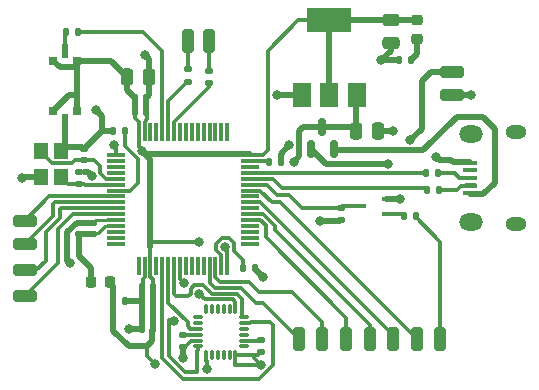
<source format=gbr>
%TF.GenerationSoftware,KiCad,Pcbnew,6.0.6-3a73a75311~116~ubuntu20.04.1*%
%TF.CreationDate,2022-07-21T13:32:11-07:00*%
%TF.ProjectId,Drone Flight Controller,44726f6e-6520-4466-9c69-67687420436f,rev?*%
%TF.SameCoordinates,Original*%
%TF.FileFunction,Copper,L1,Top*%
%TF.FilePolarity,Positive*%
%FSLAX46Y46*%
G04 Gerber Fmt 4.6, Leading zero omitted, Abs format (unit mm)*
G04 Created by KiCad (PCBNEW 6.0.6-3a73a75311~116~ubuntu20.04.1) date 2022-07-21 13:32:11*
%MOMM*%
%LPD*%
G01*
G04 APERTURE LIST*
G04 Aperture macros list*
%AMRoundRect*
0 Rectangle with rounded corners*
0 $1 Rounding radius*
0 $2 $3 $4 $5 $6 $7 $8 $9 X,Y pos of 4 corners*
0 Add a 4 corners polygon primitive as box body*
4,1,4,$2,$3,$4,$5,$6,$7,$8,$9,$2,$3,0*
0 Add four circle primitives for the rounded corners*
1,1,$1+$1,$2,$3*
1,1,$1+$1,$4,$5*
1,1,$1+$1,$6,$7*
1,1,$1+$1,$8,$9*
0 Add four rect primitives between the rounded corners*
20,1,$1+$1,$2,$3,$4,$5,0*
20,1,$1+$1,$4,$5,$6,$7,0*
20,1,$1+$1,$6,$7,$8,$9,0*
20,1,$1+$1,$8,$9,$2,$3,0*%
G04 Aperture macros list end*
%TA.AperFunction,SMDPad,CuDef*%
%ADD10RoundRect,0.250000X0.750000X-0.250000X0.750000X0.250000X-0.750000X0.250000X-0.750000X-0.250000X0*%
%TD*%
%TA.AperFunction,SMDPad,CuDef*%
%ADD11RoundRect,0.250000X0.250000X0.750000X-0.250000X0.750000X-0.250000X-0.750000X0.250000X-0.750000X0*%
%TD*%
%TA.AperFunction,SMDPad,CuDef*%
%ADD12RoundRect,0.140000X-0.140000X-0.170000X0.140000X-0.170000X0.140000X0.170000X-0.140000X0.170000X0*%
%TD*%
%TA.AperFunction,SMDPad,CuDef*%
%ADD13RoundRect,0.250000X-0.250000X-0.475000X0.250000X-0.475000X0.250000X0.475000X-0.250000X0.475000X0*%
%TD*%
%TA.AperFunction,SMDPad,CuDef*%
%ADD14RoundRect,0.250000X-0.250000X-0.750000X0.250000X-0.750000X0.250000X0.750000X-0.250000X0.750000X0*%
%TD*%
%TA.AperFunction,SMDPad,CuDef*%
%ADD15RoundRect,0.250000X-0.475000X0.250000X-0.475000X-0.250000X0.475000X-0.250000X0.475000X0.250000X0*%
%TD*%
%TA.AperFunction,SMDPad,CuDef*%
%ADD16RoundRect,0.135000X-0.135000X-0.185000X0.135000X-0.185000X0.135000X0.185000X-0.135000X0.185000X0*%
%TD*%
%TA.AperFunction,SMDPad,CuDef*%
%ADD17RoundRect,0.075000X-0.700000X-0.075000X0.700000X-0.075000X0.700000X0.075000X-0.700000X0.075000X0*%
%TD*%
%TA.AperFunction,SMDPad,CuDef*%
%ADD18RoundRect,0.075000X-0.075000X-0.700000X0.075000X-0.700000X0.075000X0.700000X-0.075000X0.700000X0*%
%TD*%
%TA.AperFunction,SMDPad,CuDef*%
%ADD19RoundRect,0.075000X-0.075000X0.350000X-0.075000X-0.350000X0.075000X-0.350000X0.075000X0.350000X0*%
%TD*%
%TA.AperFunction,SMDPad,CuDef*%
%ADD20RoundRect,0.075000X-0.350000X-0.075000X0.350000X-0.075000X0.350000X0.075000X-0.350000X0.075000X0*%
%TD*%
%TA.AperFunction,SMDPad,CuDef*%
%ADD21R,1.200000X1.400000*%
%TD*%
%TA.AperFunction,SMDPad,CuDef*%
%ADD22RoundRect,0.250000X-0.750000X0.250000X-0.750000X-0.250000X0.750000X-0.250000X0.750000X0.250000X0*%
%TD*%
%TA.AperFunction,SMDPad,CuDef*%
%ADD23RoundRect,0.218750X0.256250X-0.218750X0.256250X0.218750X-0.256250X0.218750X-0.256250X-0.218750X0*%
%TD*%
%TA.AperFunction,SMDPad,CuDef*%
%ADD24RoundRect,0.135000X0.135000X0.185000X-0.135000X0.185000X-0.135000X-0.185000X0.135000X-0.185000X0*%
%TD*%
%TA.AperFunction,SMDPad,CuDef*%
%ADD25RoundRect,0.218750X-0.218750X-0.256250X0.218750X-0.256250X0.218750X0.256250X-0.218750X0.256250X0*%
%TD*%
%TA.AperFunction,SMDPad,CuDef*%
%ADD26RoundRect,0.150000X0.150000X-0.587500X0.150000X0.587500X-0.150000X0.587500X-0.150000X-0.587500X0*%
%TD*%
%TA.AperFunction,SMDPad,CuDef*%
%ADD27RoundRect,0.140000X0.140000X0.170000X-0.140000X0.170000X-0.140000X-0.170000X0.140000X-0.170000X0*%
%TD*%
%TA.AperFunction,SMDPad,CuDef*%
%ADD28RoundRect,0.140000X0.170000X-0.140000X0.170000X0.140000X-0.170000X0.140000X-0.170000X-0.140000X0*%
%TD*%
%TA.AperFunction,SMDPad,CuDef*%
%ADD29RoundRect,0.140000X-0.170000X0.140000X-0.170000X-0.140000X0.170000X-0.140000X0.170000X0.140000X0*%
%TD*%
%TA.AperFunction,SMDPad,CuDef*%
%ADD30RoundRect,0.135000X0.185000X-0.135000X0.185000X0.135000X-0.185000X0.135000X-0.185000X-0.135000X0*%
%TD*%
%TA.AperFunction,SMDPad,CuDef*%
%ADD31R,0.500000X1.200000*%
%TD*%
%TA.AperFunction,SMDPad,CuDef*%
%ADD32R,0.700000X0.700000*%
%TD*%
%TA.AperFunction,SMDPad,CuDef*%
%ADD33R,0.700000X0.450000*%
%TD*%
%TA.AperFunction,SMDPad,CuDef*%
%ADD34R,1.500000X2.000000*%
%TD*%
%TA.AperFunction,SMDPad,CuDef*%
%ADD35R,3.800000X2.000000*%
%TD*%
%TA.AperFunction,SMDPad,CuDef*%
%ADD36RoundRect,0.135000X-0.185000X0.135000X-0.185000X-0.135000X0.185000X-0.135000X0.185000X0.135000X0*%
%TD*%
%TA.AperFunction,SMDPad,CuDef*%
%ADD37R,1.300000X0.450000*%
%TD*%
%TA.AperFunction,ComponentPad*%
%ADD38O,2.000000X1.450000*%
%TD*%
%TA.AperFunction,ComponentPad*%
%ADD39O,1.800000X1.150000*%
%TD*%
%TA.AperFunction,ViaPad*%
%ADD40C,0.800000*%
%TD*%
%TA.AperFunction,Conductor*%
%ADD41C,0.500000*%
%TD*%
%TA.AperFunction,Conductor*%
%ADD42C,0.300000*%
%TD*%
%TA.AperFunction,Conductor*%
%ADD43C,0.250000*%
%TD*%
G04 APERTURE END LIST*
D10*
%TO.P,,1,Pin_1*%
%TO.N,GND*%
X79600000Y-81200000D03*
%TD*%
%TO.P,,1,Pin_1*%
%TO.N,VDD*%
X79600000Y-79200000D03*
%TD*%
D11*
%TO.P,J5,1,Pin_1*%
%TO.N,Net-(J5-Pad1)*%
X78600000Y-101800000D03*
%TD*%
D12*
%TO.P,C14,1*%
%TO.N,Net-(C14-Pad1)*%
X64120000Y-86800000D03*
%TO.P,C14,2*%
%TO.N,GND*%
X65080000Y-86800000D03*
%TD*%
D13*
%TO.P,C1,1*%
%TO.N,+5V*%
X71450000Y-84200000D03*
%TO.P,C1,2*%
%TO.N,GND*%
X73350000Y-84200000D03*
%TD*%
D14*
%TO.P,J11,1,Pin_1*%
%TO.N,Net-(J11-Pad1)*%
X57200000Y-76600000D03*
%TD*%
D15*
%TO.P,C2,1*%
%TO.N,+3.3V*%
X74400000Y-74850000D03*
%TO.P,C2,2*%
%TO.N,GND*%
X74400000Y-76750000D03*
%TD*%
D16*
%TO.P,R4,1*%
%TO.N,/USB_OTG_FS_DM*%
X77490000Y-89200000D03*
%TO.P,R4,2*%
%TO.N,Net-(J1-Pad2)*%
X78510000Y-89200000D03*
%TD*%
D17*
%TO.P,U3,1,VBAT*%
%TO.N,+3.3V*%
X51125000Y-86250000D03*
%TO.P,U3,2,PC13*%
%TO.N,unconnected-(U3-Pad2)*%
X51125000Y-86750000D03*
%TO.P,U3,3,PC14*%
%TO.N,unconnected-(U3-Pad3)*%
X51125000Y-87250000D03*
%TO.P,U3,4,PC15*%
%TO.N,unconnected-(U3-Pad4)*%
X51125000Y-87750000D03*
%TO.P,U3,5,PH0*%
%TO.N,/RCC_OSC_IN*%
X51125000Y-88250000D03*
%TO.P,U3,6,PH1*%
%TO.N,/RCC_OSC_OUT*%
X51125000Y-88750000D03*
%TO.P,U3,7,NRST*%
%TO.N,/NRST*%
X51125000Y-89250000D03*
%TO.P,U3,8,PC0*%
%TO.N,/S1*%
X51125000Y-89750000D03*
%TO.P,U3,9,PC1*%
%TO.N,/S4*%
X51125000Y-90250000D03*
%TO.P,U3,10,PC2*%
%TO.N,/S3*%
X51125000Y-90750000D03*
%TO.P,U3,11,PC3*%
%TO.N,/S2*%
X51125000Y-91250000D03*
%TO.P,U3,12,VSSA*%
%TO.N,GND*%
X51125000Y-91750000D03*
%TO.P,U3,13,VDDA*%
%TO.N,+3.3VA*%
X51125000Y-92250000D03*
%TO.P,U3,14,PA0*%
%TO.N,unconnected-(U3-Pad14)*%
X51125000Y-92750000D03*
%TO.P,U3,15,PA1*%
%TO.N,unconnected-(U3-Pad15)*%
X51125000Y-93250000D03*
%TO.P,U3,16,PA2*%
%TO.N,unconnected-(U3-Pad16)*%
X51125000Y-93750000D03*
D18*
%TO.P,U3,17,PA3*%
%TO.N,unconnected-(U3-Pad17)*%
X53050000Y-95675000D03*
%TO.P,U3,18,VSS*%
%TO.N,GND*%
X53550000Y-95675000D03*
%TO.P,U3,19,VDD*%
%TO.N,+3.3V*%
X54050000Y-95675000D03*
%TO.P,U3,20,PA4*%
%TO.N,unconnected-(U3-Pad20)*%
X54550000Y-95675000D03*
%TO.P,U3,21,PA5*%
%TO.N,SPI1_SCLK*%
X55050000Y-95675000D03*
%TO.P,U3,22,PA6*%
%TO.N,SPI1_MISO*%
X55550000Y-95675000D03*
%TO.P,U3,23,PA7*%
%TO.N,SPI1_MOSI*%
X56050000Y-95675000D03*
%TO.P,U3,24,PC4*%
%TO.N,GYRO_INT*%
X56550000Y-95675000D03*
%TO.P,U3,25,PC5*%
%TO.N,unconnected-(U3-Pad25)*%
X57050000Y-95675000D03*
%TO.P,U3,26,PB0*%
%TO.N,unconnected-(U3-Pad26)*%
X57550000Y-95675000D03*
%TO.P,U3,27,PB1*%
%TO.N,unconnected-(U3-Pad27)*%
X58050000Y-95675000D03*
%TO.P,U3,28,PB2*%
%TO.N,unconnected-(U3-Pad28)*%
X58550000Y-95675000D03*
%TO.P,U3,29,PB10*%
%TO.N,/UART3_TX*%
X59050000Y-95675000D03*
%TO.P,U3,30,PB11*%
%TO.N,/UART3_RX*%
X59550000Y-95675000D03*
%TO.P,U3,31,VCAP_1*%
%TO.N,Net-(C13-Pad1)*%
X60050000Y-95675000D03*
%TO.P,U3,32,VDD*%
%TO.N,+3.3V*%
X60550000Y-95675000D03*
D17*
%TO.P,U3,33,PB12*%
%TO.N,unconnected-(U3-Pad33)*%
X62475000Y-93750000D03*
%TO.P,U3,34,PB13*%
%TO.N,unconnected-(U3-Pad34)*%
X62475000Y-93250000D03*
%TO.P,U3,35,PB14*%
%TO.N,unconnected-(U3-Pad35)*%
X62475000Y-92750000D03*
%TO.P,U3,36,PB15*%
%TO.N,unconnected-(U3-Pad36)*%
X62475000Y-92250000D03*
%TO.P,U3,37,PC6*%
%TO.N,/UART6_TX*%
X62475000Y-91750000D03*
%TO.P,U3,38,PC7*%
%TO.N,/UART6_RX*%
X62475000Y-91250000D03*
%TO.P,U3,39,PC8*%
%TO.N,unconnected-(U3-Pad39)*%
X62475000Y-90750000D03*
%TO.P,U3,40,PC9*%
%TO.N,/PPM_IN*%
X62475000Y-90250000D03*
%TO.P,U3,41,PA8*%
%TO.N,unconnected-(U3-Pad41)*%
X62475000Y-89750000D03*
%TO.P,U3,42,PA9*%
%TO.N,/UART1_TX*%
X62475000Y-89250000D03*
%TO.P,U3,43,PA10*%
%TO.N,UART1_RX_OUT*%
X62475000Y-88750000D03*
%TO.P,U3,44,PA11*%
%TO.N,/USB_OTG_FS_DM*%
X62475000Y-88250000D03*
%TO.P,U3,45,PA12*%
%TO.N,/USB_OTG_FS_DP*%
X62475000Y-87750000D03*
%TO.P,U3,46,PA13*%
%TO.N,unconnected-(U3-Pad46)*%
X62475000Y-87250000D03*
%TO.P,U3,47,VCAP_2*%
%TO.N,Net-(C14-Pad1)*%
X62475000Y-86750000D03*
%TO.P,U3,48,VDD*%
%TO.N,+3.3V*%
X62475000Y-86250000D03*
D18*
%TO.P,U3,49,PA14*%
%TO.N,unconnected-(U3-Pad49)*%
X60550000Y-84325000D03*
%TO.P,U3,50,PA15*%
%TO.N,unconnected-(U3-Pad50)*%
X60050000Y-84325000D03*
%TO.P,U3,51,PC10*%
%TO.N,unconnected-(U3-Pad51)*%
X59550000Y-84325000D03*
%TO.P,U3,52,PC11*%
%TO.N,unconnected-(U3-Pad52)*%
X59050000Y-84325000D03*
%TO.P,U3,53,PC12*%
%TO.N,unconnected-(U3-Pad53)*%
X58550000Y-84325000D03*
%TO.P,U3,54,PD2*%
%TO.N,unconnected-(U3-Pad54)*%
X58050000Y-84325000D03*
%TO.P,U3,55,PB3*%
%TO.N,unconnected-(U3-Pad55)*%
X57550000Y-84325000D03*
%TO.P,U3,56,PB4*%
%TO.N,unconnected-(U3-Pad56)*%
X57050000Y-84325000D03*
%TO.P,U3,57,PB5*%
%TO.N,unconnected-(U3-Pad57)*%
X56550000Y-84325000D03*
%TO.P,U3,58,PB6*%
%TO.N,/SCL_PAD*%
X56050000Y-84325000D03*
%TO.P,U3,59,PB7*%
%TO.N,/SDA_PAD*%
X55550000Y-84325000D03*
%TO.P,U3,60,BOOT0*%
%TO.N,/BOOT0*%
X55050000Y-84325000D03*
%TO.P,U3,61,PB8*%
%TO.N,unconnected-(U3-Pad61)*%
X54550000Y-84325000D03*
%TO.P,U3,62,PB9*%
%TO.N,unconnected-(U3-Pad62)*%
X54050000Y-84325000D03*
%TO.P,U3,63,VSS*%
%TO.N,GND*%
X53550000Y-84325000D03*
%TO.P,U3,64,VDD*%
%TO.N,+3.3V*%
X53050000Y-84325000D03*
%TD*%
D13*
%TO.P,C3,1*%
%TO.N,+3.3V*%
X52050000Y-79600000D03*
%TO.P,C3,2*%
%TO.N,GND*%
X53950000Y-79600000D03*
%TD*%
D19*
%TO.P,U2,1,CLKIN*%
%TO.N,GND*%
X61250000Y-99250000D03*
%TO.P,U2,2*%
%TO.N,N/C*%
X60750000Y-99250000D03*
%TO.P,U2,3*%
X60250000Y-99250000D03*
%TO.P,U2,4*%
X59750000Y-99250000D03*
%TO.P,U2,5*%
X59250000Y-99250000D03*
%TO.P,U2,6,AUX_SDA*%
%TO.N,unconnected-(U2-Pad6)*%
X58750000Y-99250000D03*
D20*
%TO.P,U2,7,AUX_SCL*%
%TO.N,unconnected-(U2-Pad7)*%
X58050000Y-99950000D03*
%TO.P,U2,8,~{CS}*%
%TO.N,unconnected-(U2-Pad8)*%
X58050000Y-100450000D03*
%TO.P,U2,9,AD0/MISO*%
%TO.N,SPI1_MISO*%
X58050000Y-100950000D03*
%TO.P,U2,10,REGOUT*%
%TO.N,Net-(C19-Pad1)*%
X58050000Y-101450000D03*
%TO.P,U2,11,FSYNC*%
%TO.N,GND*%
X58050000Y-101950000D03*
%TO.P,U2,12,INT*%
%TO.N,GYRO_INT*%
X58050000Y-102450000D03*
D19*
%TO.P,U2,13,VDD*%
%TO.N,+3.3V*%
X58750000Y-103150000D03*
%TO.P,U2,14*%
%TO.N,N/C*%
X59250000Y-103150000D03*
%TO.P,U2,15*%
X59750000Y-103150000D03*
%TO.P,U2,16*%
X60250000Y-103150000D03*
%TO.P,U2,17*%
X60750000Y-103150000D03*
%TO.P,U2,18,GND*%
%TO.N,GND*%
X61250000Y-103150000D03*
D20*
%TO.P,U2,19*%
%TO.N,N/C*%
X61950000Y-102450000D03*
%TO.P,U2,20,CPOUT*%
%TO.N,Net-(C18-Pad1)*%
X61950000Y-101950000D03*
%TO.P,U2,21*%
%TO.N,N/C*%
X61950000Y-101450000D03*
%TO.P,U2,22*%
X61950000Y-100950000D03*
%TO.P,U2,23,SCL/SCLK*%
%TO.N,SPI1_SCLK*%
X61950000Y-100450000D03*
%TO.P,U2,24,SDA/MOSI*%
%TO.N,SPI1_MOSI*%
X61950000Y-99950000D03*
%TD*%
D21*
%TO.P,Y1,1,1*%
%TO.N,/RCC_OSC_IN*%
X44750000Y-85900000D03*
%TO.P,Y1,2,2*%
%TO.N,GND*%
X44750000Y-88100000D03*
%TO.P,Y1,3,3*%
%TO.N,/RCC_OSC_OUT*%
X46450000Y-88100000D03*
%TO.P,Y1,4,4*%
%TO.N,GND*%
X46450000Y-85900000D03*
%TD*%
D22*
%TO.P,J7,1,Pin_1*%
%TO.N,/S2*%
X43400000Y-98200000D03*
%TD*%
D23*
%TO.P,D2,1,K*%
%TO.N,Net-(D2-Pad1)*%
X76600000Y-76387500D03*
%TO.P,D2,2,A*%
%TO.N,+3.3V*%
X76600000Y-74812500D03*
%TD*%
D24*
%TO.P,R1,1*%
%TO.N,Net-(D2-Pad1)*%
X76110000Y-78200000D03*
%TO.P,R1,2*%
%TO.N,GND*%
X75090000Y-78200000D03*
%TD*%
D14*
%TO.P,J13,1,Pin_1*%
%TO.N,/UART3_TX*%
X66600000Y-101800000D03*
%TD*%
D25*
%TO.P,FB1,1*%
%TO.N,+3.3VA*%
X49012500Y-97000000D03*
%TO.P,FB1,2*%
%TO.N,+3.3V*%
X50587500Y-97000000D03*
%TD*%
D14*
%TO.P,J8,1,Pin_1*%
%TO.N,/UART6_TX*%
X70600000Y-101800000D03*
%TD*%
%TO.P,J12,1,Pin_1*%
%TO.N,/PPM_IN*%
X74600000Y-101800000D03*
%TD*%
D26*
%TO.P,D1,1*%
%TO.N,VDD*%
X67650000Y-85737500D03*
%TO.P,D1,2*%
%TO.N,VBUS*%
X69550000Y-85737500D03*
%TO.P,D1,3*%
%TO.N,+5V*%
X68600000Y-83862500D03*
%TD*%
D16*
%TO.P,R3,1*%
%TO.N,/USB_OTG_FS_DP*%
X77400000Y-87800000D03*
%TO.P,R3,2*%
%TO.N,Net-(J1-Pad3)*%
X78420000Y-87800000D03*
%TD*%
%TO.P,R2,1*%
%TO.N,/SW_BOOT0*%
X46890000Y-75800000D03*
%TO.P,R2,2*%
%TO.N,/BOOT0*%
X47910000Y-75800000D03*
%TD*%
D27*
%TO.P,C6,1*%
%TO.N,+3.3V*%
X54280000Y-97400000D03*
%TO.P,C6,2*%
%TO.N,GND*%
X53320000Y-97400000D03*
%TD*%
D28*
%TO.P,C15,1*%
%TO.N,/RCC_OSC_IN*%
X48400000Y-86680000D03*
%TO.P,C15,2*%
%TO.N,GND*%
X48400000Y-85720000D03*
%TD*%
D14*
%TO.P,J14,1,Pin_1*%
%TO.N,/UART3_RX*%
X68600000Y-101800000D03*
%TD*%
D27*
%TO.P,C17,1*%
%TO.N,+3.3V*%
X54280000Y-101000000D03*
%TO.P,C17,2*%
%TO.N,GND*%
X53320000Y-101000000D03*
%TD*%
D22*
%TO.P,J6,1,Pin_1*%
%TO.N,/S3*%
X43400000Y-96000000D03*
%TD*%
D12*
%TO.P,C13,1*%
%TO.N,Net-(C13-Pad1)*%
X61920000Y-95800000D03*
%TO.P,C13,2*%
%TO.N,GND*%
X62880000Y-95800000D03*
%TD*%
D22*
%TO.P,J2,1,Pin_1*%
%TO.N,/S1*%
X43400000Y-91800000D03*
%TD*%
D14*
%TO.P,J10,1,Pin_1*%
%TO.N,/UART6_RX*%
X72600000Y-101800000D03*
%TD*%
D22*
%TO.P,J3,1,Pin_1*%
%TO.N,/S4*%
X43400000Y-93800000D03*
%TD*%
D27*
%TO.P,C7,1*%
%TO.N,+3.3V*%
X54280000Y-98600000D03*
%TO.P,C7,2*%
%TO.N,GND*%
X53320000Y-98600000D03*
%TD*%
%TO.P,C4,1*%
%TO.N,+3.3V*%
X54280000Y-99800000D03*
%TO.P,C4,2*%
%TO.N,GND*%
X53320000Y-99800000D03*
%TD*%
D14*
%TO.P,J9,1,Pin_1*%
%TO.N,Net-(J9-Pad1)*%
X59000000Y-76600000D03*
%TD*%
D29*
%TO.P,C18,1*%
%TO.N,Net-(C18-Pad1)*%
X63400000Y-101920000D03*
%TO.P,C18,2*%
%TO.N,GND*%
X63400000Y-102880000D03*
%TD*%
D30*
%TO.P,R5,1*%
%TO.N,/SCL_PAD*%
X59000000Y-80110000D03*
%TO.P,R5,2*%
%TO.N,Net-(J9-Pad1)*%
X59000000Y-79090000D03*
%TD*%
%TO.P,R6,1*%
%TO.N,/SDA_PAD*%
X57200000Y-80020000D03*
%TO.P,R6,2*%
%TO.N,Net-(J11-Pad1)*%
X57200000Y-79000000D03*
%TD*%
D28*
%TO.P,C10,1*%
%TO.N,+3.3VA*%
X48000000Y-92960000D03*
%TO.P,C10,2*%
%TO.N,GND*%
X48000000Y-92000000D03*
%TD*%
D31*
%TO.P,SW1,1,A*%
%TO.N,GND*%
X46800000Y-83350000D03*
%TO.P,SW1,2,B*%
%TO.N,/SW_BOOT0*%
X46800000Y-77450000D03*
D32*
%TO.P,SW1,3,C*%
%TO.N,+3.3V*%
X47800000Y-78250000D03*
X45800000Y-82550000D03*
X45800000Y-78250000D03*
X47800000Y-82550000D03*
%TD*%
D24*
%TO.P,R8,1*%
%TO.N,Net-(J5-Pad1)*%
X76510000Y-91400000D03*
%TO.P,R8,2*%
%TO.N,Net-(Q1-Pad1)*%
X75490000Y-91400000D03*
%TD*%
D33*
%TO.P,Q1,1,B*%
%TO.N,Net-(Q1-Pad1)*%
X74000000Y-91250000D03*
%TO.P,Q1,2,E*%
%TO.N,GND*%
X74000000Y-89950000D03*
%TO.P,Q1,3,C*%
%TO.N,UART1_RX_OUT*%
X72000000Y-90600000D03*
%TD*%
D27*
%TO.P,C12,1*%
%TO.N,/NRST*%
X51880000Y-84200000D03*
%TO.P,C12,2*%
%TO.N,GND*%
X50920000Y-84200000D03*
%TD*%
D34*
%TO.P,U1,1,GND*%
%TO.N,GND*%
X66900000Y-81150000D03*
%TO.P,U1,2,VO*%
%TO.N,+3.3V*%
X69200000Y-81150000D03*
D35*
X69200000Y-74850000D03*
D34*
%TO.P,U1,3,VI*%
%TO.N,+5V*%
X71500000Y-81150000D03*
%TD*%
D12*
%TO.P,C5,1*%
%TO.N,+3.3V*%
X52720000Y-81400000D03*
%TO.P,C5,2*%
%TO.N,GND*%
X53680000Y-81400000D03*
%TD*%
D28*
%TO.P,C9,1*%
%TO.N,+3.3VA*%
X49200000Y-92960000D03*
%TO.P,C9,2*%
%TO.N,GND*%
X49200000Y-92000000D03*
%TD*%
D29*
%TO.P,C19,1*%
%TO.N,Net-(C19-Pad1)*%
X56800000Y-101520000D03*
%TO.P,C19,2*%
%TO.N,GND*%
X56800000Y-102480000D03*
%TD*%
D28*
%TO.P,C16,1*%
%TO.N,/RCC_OSC_OUT*%
X48000000Y-88680000D03*
%TO.P,C16,2*%
%TO.N,GND*%
X48000000Y-87720000D03*
%TD*%
D12*
%TO.P,C8,1*%
%TO.N,+3.3V*%
X52720000Y-82600000D03*
%TO.P,C8,2*%
%TO.N,GND*%
X53680000Y-82600000D03*
%TD*%
D36*
%TO.P,R7,1*%
%TO.N,UART1_RX_OUT*%
X70200000Y-90690000D03*
%TO.P,R7,2*%
%TO.N,+5V*%
X70200000Y-91710000D03*
%TD*%
D37*
%TO.P,J1,1,VBUS*%
%TO.N,VBUS*%
X81145000Y-89500000D03*
%TO.P,J1,2,D-*%
%TO.N,Net-(J1-Pad2)*%
X81145000Y-88850000D03*
%TO.P,J1,3,D+*%
%TO.N,Net-(J1-Pad3)*%
X81145000Y-88200000D03*
%TO.P,J1,4,ID*%
%TO.N,unconnected-(J1-Pad4)*%
X81145000Y-87550000D03*
%TO.P,J1,5,GND*%
%TO.N,GND*%
X81145000Y-86900000D03*
D38*
%TO.P,J1,6,Shield*%
%TO.N,unconnected-(J1-Pad6)*%
X81195000Y-84475000D03*
X81195000Y-91925000D03*
D39*
X84995000Y-92075000D03*
X84995000Y-84325000D03*
%TD*%
D12*
%TO.P,C11,1*%
%TO.N,+3.3V*%
X50920000Y-98600000D03*
%TO.P,C11,2*%
%TO.N,GND*%
X51880000Y-98600000D03*
%TD*%
D11*
%TO.P,J4,1,Pin_1*%
%TO.N,/UART1_TX*%
X76600000Y-101800000D03*
%TD*%
D40*
%TO.N,GYRO_INT*%
X56858380Y-97089851D03*
X56070023Y-100329977D03*
%TO.N,+3.3V*%
X54458380Y-103910149D03*
X58800000Y-104400000D03*
X60400000Y-94000000D03*
%TO.N,GND*%
X58200000Y-98000000D03*
%TO.N,+3.3V*%
X58200000Y-93600000D03*
%TO.N,GND*%
X47200000Y-95400000D03*
X56800000Y-103400000D03*
X43200000Y-88200000D03*
%TO.N,+3.3V*%
X53329977Y-85870023D03*
X51000000Y-85400000D03*
%TO.N,GND*%
X53600000Y-77800000D03*
X81200000Y-81200000D03*
%TO.N,VDD*%
X76000000Y-85000000D03*
X74200000Y-87000000D03*
%TO.N,GND*%
X52200000Y-101000000D03*
%TO.N,+5V*%
X68400000Y-91800000D03*
X66200000Y-86800000D03*
%TO.N,GND*%
X65800000Y-85400000D03*
X49400000Y-82400000D03*
X49077715Y-88000500D03*
X63600000Y-96600000D03*
X63400000Y-104000000D03*
X75200000Y-90000000D03*
X78200000Y-86400000D03*
X64800000Y-81200000D03*
X74600000Y-84200000D03*
X73600000Y-78200000D03*
%TD*%
D41*
%TO.N,GND*%
X64850000Y-81150000D02*
X66900000Y-81150000D01*
X64800000Y-81200000D02*
X64850000Y-81150000D01*
D42*
%TO.N,/S4*%
X45950000Y-90250000D02*
X51125000Y-90250000D01*
D41*
%TO.N,+5V*%
X66200000Y-86800000D02*
X66650000Y-86350000D01*
X66650000Y-86350000D02*
X66650000Y-84250000D01*
X66650000Y-84250000D02*
X66600000Y-84200000D01*
X66600000Y-84200000D02*
X66937500Y-83862500D01*
X66937500Y-83862500D02*
X68600000Y-83862500D01*
%TO.N,GND*%
X56800000Y-102480000D02*
X56800000Y-103400000D01*
D42*
%TO.N,Net-(C19-Pad1)*%
X56800000Y-101520000D02*
X56870000Y-101450000D01*
X56870000Y-101450000D02*
X58050000Y-101450000D01*
%TO.N,GND*%
X56993959Y-102480000D02*
X57523959Y-101950000D01*
X57523959Y-101950000D02*
X58050000Y-101950000D01*
%TO.N,GYRO_INT*%
X56858380Y-97089851D02*
X56550000Y-96781471D01*
X56550000Y-96781471D02*
X56550000Y-95675000D01*
%TO.N,SPI1_MOSI*%
X61950000Y-99950000D02*
X61800000Y-99800000D01*
X61800000Y-99800000D02*
X61800000Y-98400000D01*
X61800000Y-98400000D02*
X61375000Y-97975000D01*
X61375000Y-97975000D02*
X59235661Y-97975000D01*
X57450000Y-97550000D02*
X57450000Y-98000000D01*
X56050000Y-98050000D02*
X56050000Y-95675000D01*
X59235661Y-97975000D02*
X58510661Y-97250000D01*
X58510661Y-97250000D02*
X57750000Y-97250000D01*
X57750000Y-97250000D02*
X57450000Y-97550000D01*
X57450000Y-98000000D02*
X57250000Y-98200000D01*
X57250000Y-98200000D02*
X56200000Y-98200000D01*
X56200000Y-98200000D02*
X56050000Y-98050000D01*
%TO.N,GYRO_INT*%
X55600000Y-100200000D02*
X55940046Y-100200000D01*
X55940046Y-100200000D02*
X56070023Y-100329977D01*
%TO.N,SPI1_MISO*%
X57200000Y-100400000D02*
X55550000Y-98750000D01*
X55550000Y-98750000D02*
X55550000Y-95675000D01*
%TO.N,GYRO_INT*%
X55600000Y-103260661D02*
X55600000Y-100200000D01*
X56939339Y-104600000D02*
X55600000Y-103260661D01*
X58000000Y-104600000D02*
X56939339Y-104600000D01*
X58000000Y-102800000D02*
X58000000Y-104600000D01*
X58050000Y-102750000D02*
X58000000Y-102800000D01*
X58050000Y-102450000D02*
X58050000Y-102750000D01*
%TO.N,SPI1_SCLK*%
X55050000Y-95675000D02*
X55050000Y-103450000D01*
X64400000Y-100600000D02*
X64200000Y-100400000D01*
X55050000Y-103450000D02*
X56800000Y-105200000D01*
X56800000Y-105200000D02*
X63260661Y-105200000D01*
X63260661Y-105200000D02*
X64400000Y-104060661D01*
X64400000Y-104060661D02*
X64400000Y-100600000D01*
X64200000Y-100400000D02*
X62526041Y-100400000D01*
X62476041Y-100450000D02*
X61950000Y-100450000D01*
X62526041Y-100400000D02*
X62476041Y-100450000D01*
%TO.N,+3.3V*%
X58750000Y-103650000D02*
X58800000Y-103700000D01*
X58800000Y-103700000D02*
X58800000Y-104400000D01*
%TO.N,SPI1_MISO*%
X57200000Y-100717035D02*
X57200000Y-100400000D01*
X57432965Y-100950000D02*
X57200000Y-100717035D01*
%TO.N,+3.3V*%
X54458380Y-103910149D02*
X53800000Y-103251769D01*
X53800000Y-103251769D02*
X53800000Y-102400000D01*
X58750000Y-103150000D02*
X58750000Y-103650000D01*
%TO.N,Net-(C13-Pad1)*%
X61920000Y-95800000D02*
X61920000Y-95120000D01*
X61920000Y-95120000D02*
X61150000Y-94350000D01*
X61150000Y-94350000D02*
X61150000Y-93689339D01*
X61150000Y-93689339D02*
X60710661Y-93250000D01*
X60050000Y-94710661D02*
X60050000Y-95675000D01*
X60710661Y-93250000D02*
X60089339Y-93250000D01*
X60089339Y-93250000D02*
X59600000Y-93739339D01*
X59600000Y-93739339D02*
X59600000Y-94260661D01*
X59600000Y-94260661D02*
X60050000Y-94710661D01*
%TO.N,+3.3V*%
X60550000Y-94150000D02*
X60400000Y-94000000D01*
X60550000Y-95675000D02*
X60550000Y-94150000D01*
%TO.N,/UART3_RX*%
X68600000Y-101800000D02*
X68600000Y-100400000D01*
X68600000Y-100400000D02*
X66000000Y-97800000D01*
X59973959Y-96975000D02*
X59550000Y-96551041D01*
X66000000Y-97800000D02*
X63200000Y-97800000D01*
X63200000Y-97800000D02*
X62375000Y-96975000D01*
X62375000Y-96975000D02*
X59973959Y-96975000D01*
X59550000Y-96551041D02*
X59550000Y-95675000D01*
%TO.N,/UART3_TX*%
X66600000Y-101800000D02*
X63600000Y-98800000D01*
X59050000Y-95675000D02*
X59050000Y-97050000D01*
X59050000Y-97050000D02*
X59475000Y-97475000D01*
X59475000Y-97475000D02*
X61675000Y-97475000D01*
X61675000Y-97475000D02*
X63000000Y-98800000D01*
X63000000Y-98800000D02*
X63600000Y-98800000D01*
%TO.N,GND*%
X61001041Y-98475000D02*
X58675000Y-98475000D01*
X58675000Y-98475000D02*
X58200000Y-98000000D01*
X61176041Y-98650000D02*
X61001041Y-98475000D01*
X61250000Y-98650000D02*
X61176041Y-98650000D01*
D41*
X62880000Y-95800000D02*
X62880000Y-95880000D01*
X62880000Y-95880000D02*
X63600000Y-96600000D01*
D42*
X61250000Y-99250000D02*
X61250000Y-98650000D01*
D41*
%TO.N,+3.3V*%
X54000000Y-86540046D02*
X54000000Y-93400000D01*
X54000000Y-93400000D02*
X54000000Y-94000000D01*
D42*
X58200000Y-93600000D02*
X54200000Y-93600000D01*
X54200000Y-93600000D02*
X54000000Y-93400000D01*
D41*
%TO.N,GND*%
X47000000Y-95200000D02*
X47200000Y-95400000D01*
X47000000Y-92800000D02*
X47000000Y-95200000D01*
X48000000Y-92000000D02*
X47800000Y-92000000D01*
X47800000Y-92000000D02*
X47000000Y-92800000D01*
D42*
X61250000Y-103950000D02*
X61200000Y-104000000D01*
X61250000Y-103150000D02*
X61250000Y-103950000D01*
X61200000Y-104000000D02*
X63400000Y-104000000D01*
D41*
%TO.N,+3.3V*%
X54280000Y-101000000D02*
X54200000Y-101080000D01*
X54200000Y-101080000D02*
X54200000Y-102000000D01*
X54200000Y-102000000D02*
X53800000Y-102400000D01*
X53800000Y-102400000D02*
X52200000Y-102400000D01*
X50920000Y-101120000D02*
X50920000Y-98600000D01*
X52200000Y-102400000D02*
X50920000Y-101120000D01*
%TO.N,GND*%
X52200000Y-101000000D02*
X53320000Y-101000000D01*
D42*
%TO.N,+3.3V*%
X54000000Y-94000000D02*
X54050000Y-94050000D01*
X54050000Y-94050000D02*
X54050000Y-95675000D01*
D41*
X53329977Y-85870023D02*
X54000000Y-86540046D01*
X53329977Y-85870023D02*
X53609954Y-86150000D01*
X53609954Y-86150000D02*
X62475000Y-86150000D01*
%TO.N,GND*%
X43300000Y-88100000D02*
X43200000Y-88200000D01*
X44750000Y-88100000D02*
X43300000Y-88100000D01*
%TO.N,+3.3V*%
X47800000Y-78250000D02*
X47800000Y-78800000D01*
X47800000Y-78800000D02*
X47800000Y-81200000D01*
X45800000Y-78250000D02*
X46350000Y-78800000D01*
X46350000Y-78800000D02*
X47800000Y-78800000D01*
X47800000Y-81200000D02*
X47800000Y-82550000D01*
X47800000Y-81200000D02*
X47150000Y-81200000D01*
X47150000Y-81200000D02*
X45800000Y-82550000D01*
D42*
X53329977Y-85870023D02*
X53050000Y-85590046D01*
X53050000Y-85590046D02*
X53050000Y-84325000D01*
X51125000Y-85525000D02*
X51000000Y-85400000D01*
X51125000Y-86250000D02*
X51125000Y-85525000D01*
D41*
%TO.N,GND*%
X53950000Y-78150000D02*
X53600000Y-77800000D01*
X53950000Y-79600000D02*
X53950000Y-78150000D01*
D42*
%TO.N,/USB_OTG_FS_DP*%
X62475000Y-87750000D02*
X77350000Y-87750000D01*
X77350000Y-87750000D02*
X77400000Y-87800000D01*
%TO.N,/USB_OTG_FS_DM*%
X65200000Y-89000000D02*
X77290000Y-89000000D01*
X77290000Y-89000000D02*
X77490000Y-89200000D01*
D41*
%TO.N,VBUS*%
X69550000Y-85737500D02*
X69662500Y-85850000D01*
X80000000Y-83000000D02*
X82200000Y-83000000D01*
X69662500Y-85850000D02*
X77150000Y-85850000D01*
X77150000Y-85850000D02*
X80000000Y-83000000D01*
X82200000Y-83000000D02*
X83200000Y-84000000D01*
X83200000Y-88570000D02*
X82245000Y-89525000D01*
X83200000Y-84000000D02*
X83200000Y-88570000D01*
X82245000Y-89525000D02*
X81145000Y-89525000D01*
D42*
%TO.N,Net-(J1-Pad2)*%
X78510000Y-89200000D02*
X80000000Y-89200000D01*
X80000000Y-89200000D02*
X80350000Y-88850000D01*
X80350000Y-88850000D02*
X81145000Y-88850000D01*
%TO.N,Net-(J1-Pad3)*%
X79800000Y-87800000D02*
X80200000Y-88200000D01*
X78420000Y-87800000D02*
X79800000Y-87800000D01*
X80200000Y-88200000D02*
X81145000Y-88200000D01*
D41*
%TO.N,GND*%
X79515539Y-86700688D02*
X79689851Y-86875000D01*
X79689851Y-86875000D02*
X81145000Y-86875000D01*
X78200000Y-86400000D02*
X78500688Y-86700688D01*
X78500688Y-86700688D02*
X79515539Y-86700688D01*
X79600000Y-81200000D02*
X81200000Y-81200000D01*
%TO.N,VDD*%
X77000000Y-84000000D02*
X77000000Y-80000000D01*
X77000000Y-80000000D02*
X77800000Y-79200000D01*
X77800000Y-79200000D02*
X79600000Y-79200000D01*
X76000000Y-85000000D02*
X77000000Y-84000000D01*
X68912500Y-87000000D02*
X74200000Y-87000000D01*
X67650000Y-85737500D02*
X68912500Y-87000000D01*
%TO.N,+5V*%
X68400000Y-91800000D02*
X70110000Y-91800000D01*
X70110000Y-91800000D02*
X70200000Y-91710000D01*
%TO.N,GND*%
X65080000Y-86120000D02*
X65800000Y-85400000D01*
X65080000Y-86800000D02*
X65080000Y-86120000D01*
%TO.N,+5V*%
X68600000Y-83862500D02*
X71112500Y-83862500D01*
X71112500Y-83862500D02*
X71450000Y-84200000D01*
%TO.N,VBUS*%
X69550000Y-85737500D02*
X69550000Y-85950000D01*
%TO.N,GND*%
X49920000Y-82920000D02*
X49400000Y-82400000D01*
X49920000Y-84200000D02*
X49920000Y-82920000D01*
X48400000Y-85720000D02*
X49920000Y-84200000D01*
X49920000Y-84200000D02*
X50920000Y-84200000D01*
X46800000Y-83350000D02*
X46800000Y-84400000D01*
X46800000Y-84400000D02*
X46800000Y-85550000D01*
X46450000Y-85900000D02*
X46750000Y-85600000D01*
X46750000Y-85600000D02*
X48280000Y-85600000D01*
X48280000Y-85600000D02*
X48400000Y-85720000D01*
X46800000Y-85550000D02*
X46450000Y-85900000D01*
D42*
%TO.N,+3.3V*%
X69200000Y-74850000D02*
X66550000Y-74850000D01*
X66550000Y-74850000D02*
X64000000Y-77400000D01*
X64000000Y-77400000D02*
X64000000Y-85800000D01*
X64000000Y-85800000D02*
X63550000Y-86250000D01*
X63550000Y-86250000D02*
X62475000Y-86250000D01*
D41*
%TO.N,+5V*%
X71450000Y-84200000D02*
X71450000Y-81200000D01*
X71450000Y-81200000D02*
X71500000Y-81150000D01*
%TO.N,GND*%
X48797215Y-87720000D02*
X49077715Y-88000500D01*
X48400000Y-87720000D02*
X48797215Y-87720000D01*
%TO.N,+3.3V*%
X47800000Y-78250000D02*
X50700000Y-78250000D01*
X50700000Y-78250000D02*
X52050000Y-79600000D01*
D42*
%TO.N,GND*%
X63400000Y-104000000D02*
X62850000Y-103450000D01*
X62850000Y-103450000D02*
X62850000Y-103150000D01*
X61250000Y-103150000D02*
X62850000Y-103150000D01*
X62850000Y-103150000D02*
X63130000Y-103150000D01*
X63130000Y-103150000D02*
X63400000Y-102880000D01*
%TO.N,Net-(C18-Pad1)*%
X61950000Y-101950000D02*
X63370000Y-101950000D01*
X63370000Y-101950000D02*
X63400000Y-101920000D01*
%TO.N,SPI1_MISO*%
X58050000Y-100950000D02*
X57432965Y-100950000D01*
%TO.N,/UART6_RX*%
X62475000Y-91250000D02*
X63558147Y-91250000D01*
X63558147Y-91250000D02*
X64600000Y-92291853D01*
X64600000Y-92291853D02*
X64600000Y-92600000D01*
X64600000Y-92600000D02*
X72600000Y-100600000D01*
X72600000Y-100600000D02*
X72600000Y-101800000D01*
%TO.N,/UART6_TX*%
X62475000Y-91750000D02*
X63351041Y-91750000D01*
X63351041Y-91750000D02*
X63800000Y-92198959D01*
X63800000Y-92198959D02*
X63800000Y-93200000D01*
X70600000Y-100000000D02*
X63800000Y-93200000D01*
X70600000Y-101800000D02*
X70600000Y-100000000D01*
%TO.N,/PPM_IN*%
X74600000Y-101800000D02*
X74600000Y-101498959D01*
X74600000Y-101498959D02*
X63351041Y-90250000D01*
X63351041Y-90250000D02*
X62475000Y-90250000D01*
%TO.N,Net-(Q1-Pad1)*%
X74000000Y-91250000D02*
X75340000Y-91250000D01*
X75340000Y-91250000D02*
X75490000Y-91400000D01*
D41*
%TO.N,GND*%
X75150000Y-89950000D02*
X75200000Y-90000000D01*
X74000000Y-89950000D02*
X75150000Y-89950000D01*
D42*
%TO.N,UART1_RX_OUT*%
X70200000Y-90690000D02*
X66890000Y-90690000D01*
X66890000Y-90690000D02*
X65800000Y-89600000D01*
X65800000Y-89600000D02*
X64800000Y-89600000D01*
X64800000Y-89600000D02*
X63950000Y-88750000D01*
X63950000Y-88750000D02*
X62475000Y-88750000D01*
X72000000Y-90600000D02*
X70290000Y-90600000D01*
X70290000Y-90600000D02*
X70200000Y-90690000D01*
%TO.N,/UART1_TX*%
X76600000Y-101800000D02*
X65000000Y-90200000D01*
X65000000Y-90200000D02*
X64301041Y-90200000D01*
X64301041Y-90200000D02*
X63351041Y-89250000D01*
X63351041Y-89250000D02*
X62475000Y-89250000D01*
%TO.N,Net-(J5-Pad1)*%
X78600000Y-101800000D02*
X78600000Y-93600000D01*
X78600000Y-93600000D02*
X76510000Y-91510000D01*
X76510000Y-91510000D02*
X76510000Y-91400000D01*
%TO.N,Net-(C14-Pad1)*%
X64120000Y-86800000D02*
X64070000Y-86750000D01*
X64070000Y-86750000D02*
X62475000Y-86750000D01*
D41*
%TO.N,GND*%
X73350000Y-84200000D02*
X74600000Y-84200000D01*
X75090000Y-78200000D02*
X73600000Y-78200000D01*
X73600000Y-78200000D02*
X74400000Y-77400000D01*
X74400000Y-77400000D02*
X74400000Y-76750000D01*
%TO.N,+3.3V*%
X69200000Y-74850000D02*
X69200000Y-81150000D01*
%TO.N,Net-(D2-Pad1)*%
X76600000Y-76387500D02*
X76600000Y-77710000D01*
X76600000Y-77710000D02*
X76110000Y-78200000D01*
%TO.N,+3.3V*%
X74400000Y-74850000D02*
X76562500Y-74850000D01*
X76562500Y-74850000D02*
X76600000Y-74812500D01*
X69200000Y-74850000D02*
X74400000Y-74850000D01*
D42*
%TO.N,/SCL_PAD*%
X59000000Y-80110000D02*
X59000000Y-80498959D01*
X59000000Y-80498959D02*
X56050000Y-83448959D01*
X56050000Y-83448959D02*
X56050000Y-84325000D01*
%TO.N,/SDA_PAD*%
X57180000Y-80020000D02*
X55550000Y-81650000D01*
X55550000Y-81650000D02*
X55550000Y-84325000D01*
%TO.N,Net-(J9-Pad1)*%
X59000000Y-76600000D02*
X59000000Y-79090000D01*
%TO.N,Net-(J11-Pad1)*%
X57200000Y-76600000D02*
X57200000Y-79000000D01*
%TO.N,/BOOT0*%
X47910000Y-75800000D02*
X53400000Y-75800000D01*
X53400000Y-75800000D02*
X55050000Y-77450000D01*
X55050000Y-77450000D02*
X55050000Y-84325000D01*
%TO.N,/SW_BOOT0*%
X46800000Y-77450000D02*
X46800000Y-75890000D01*
X46800000Y-75890000D02*
X46890000Y-75800000D01*
%TO.N,/NRST*%
X51880000Y-84200000D02*
X51880000Y-85480000D01*
X52350000Y-89250000D02*
X51125000Y-89250000D01*
X51880000Y-85480000D02*
X53000000Y-86600000D01*
X53000000Y-86600000D02*
X53000000Y-88600000D01*
X53000000Y-88600000D02*
X52350000Y-89250000D01*
%TO.N,/RCC_OSC_OUT*%
X51125000Y-88750000D02*
X48470000Y-88750000D01*
X48400000Y-88680000D02*
X47030000Y-88680000D01*
%TO.N,/RCC_OSC_IN*%
X49800000Y-87200000D02*
X49280000Y-86680000D01*
X49280000Y-86680000D02*
X48400000Y-86680000D01*
%TO.N,/S2*%
X43400000Y-98200000D02*
X46200000Y-95400000D01*
X46200000Y-95400000D02*
X46200000Y-92507106D01*
X46200000Y-92507106D02*
X47457106Y-91250000D01*
X47457106Y-91250000D02*
X51125000Y-91250000D01*
%TO.N,/S3*%
X46400000Y-91600000D02*
X46400000Y-90800000D01*
X45200000Y-95200000D02*
X45200000Y-92800000D01*
X46450000Y-90750000D02*
X51125000Y-90750000D01*
X44400000Y-96000000D02*
X45200000Y-95200000D01*
X45200000Y-92800000D02*
X46400000Y-91600000D01*
X46400000Y-90800000D02*
X46450000Y-90750000D01*
%TO.N,/S4*%
X45800000Y-91400000D02*
X45800000Y-90400000D01*
X45800000Y-90400000D02*
X45950000Y-90250000D01*
X43400000Y-93800000D02*
X45800000Y-91400000D01*
%TO.N,/S1*%
X43400000Y-91800000D02*
X45450000Y-89750000D01*
X45450000Y-89750000D02*
X51125000Y-89750000D01*
%TO.N,GND*%
X53550000Y-96550361D02*
X53400000Y-96700361D01*
D43*
X49200000Y-92000000D02*
X49450000Y-91750000D01*
D41*
X51880000Y-98600000D02*
X53320000Y-98600000D01*
D43*
X49450000Y-91750000D02*
X51125000Y-91750000D01*
D41*
X53320000Y-101000000D02*
X53320000Y-99800000D01*
D42*
X53799639Y-83200000D02*
X53800000Y-83200000D01*
D41*
X53950000Y-79600000D02*
X53950000Y-81130000D01*
D42*
X53400000Y-97320000D02*
X53320000Y-97400000D01*
D41*
X53320000Y-98600000D02*
X53320000Y-97400000D01*
X53320000Y-99800000D02*
X53320000Y-98600000D01*
X48000000Y-92000000D02*
X49200000Y-92000000D01*
D42*
X53550000Y-95675000D02*
X53550000Y-96550361D01*
X53550000Y-83449639D02*
X53799639Y-83200000D01*
D41*
X53680000Y-81400000D02*
X53680000Y-82600000D01*
X53950000Y-81130000D02*
X53680000Y-81400000D01*
D42*
X53550000Y-84325000D02*
X53550000Y-83449639D01*
X53800000Y-82720000D02*
X53680000Y-82600000D01*
X53400000Y-96700361D02*
X53400000Y-97320000D01*
X53800000Y-83200000D02*
X53800000Y-82720000D01*
%TO.N,+3.3V*%
X54050000Y-96550361D02*
X54280000Y-96780361D01*
X52720000Y-83120000D02*
X53050000Y-83450000D01*
D41*
X54280000Y-98600000D02*
X54280000Y-97400000D01*
X54280000Y-101000000D02*
X54280000Y-99800000D01*
X52720000Y-81400000D02*
X52720000Y-82600000D01*
X52050000Y-79600000D02*
X52050000Y-80730000D01*
D42*
X52720000Y-82600000D02*
X52720000Y-83120000D01*
X53050000Y-83450000D02*
X53050000Y-84325000D01*
D41*
X54280000Y-99800000D02*
X54280000Y-98600000D01*
D42*
X54050000Y-95675000D02*
X54050000Y-96550361D01*
X54280000Y-96780361D02*
X54280000Y-97400000D01*
D41*
X50920000Y-97332500D02*
X50587500Y-97000000D01*
X50920000Y-98600000D02*
X50920000Y-97332500D01*
X52050000Y-80730000D02*
X52720000Y-81400000D01*
D43*
%TO.N,+3.3VA*%
X50230000Y-92250000D02*
X51125000Y-92250000D01*
X49200000Y-92840000D02*
X49640000Y-92840000D01*
D41*
X49200000Y-92960000D02*
X48000000Y-92960000D01*
X49012500Y-95812500D02*
X48000000Y-94800000D01*
X48000000Y-94800000D02*
X48000000Y-92960000D01*
X49012500Y-97000000D02*
X49012500Y-95812500D01*
D43*
X49640000Y-92840000D02*
X50230000Y-92250000D01*
D42*
%TO.N,/RCC_OSC_IN*%
X49800000Y-87800361D02*
X49800000Y-87200000D01*
X44750000Y-86000000D02*
X44750000Y-85900000D01*
X45699511Y-86949511D02*
X44750000Y-86000000D01*
X51125000Y-88250000D02*
X50249639Y-88250000D01*
X47680000Y-86680000D02*
X47410489Y-86949511D01*
X50249639Y-88250000D02*
X49800000Y-87800361D01*
X47410489Y-86949511D02*
X45699511Y-86949511D01*
X47680000Y-86680000D02*
X48400000Y-86680000D01*
%TO.N,/RCC_OSC_OUT*%
X47030000Y-88680000D02*
X46450000Y-88100000D01*
X48470000Y-88750000D02*
X48400000Y-88680000D01*
%TO.N,Net-(J1-Pad2)*%
X80800000Y-88800000D02*
X81490000Y-88800000D01*
%TO.N,/USB_OTG_FS_DM*%
X62475000Y-88250000D02*
X64450000Y-88250000D01*
X64450000Y-88250000D02*
X65200000Y-89000000D01*
%TD*%
M02*

</source>
